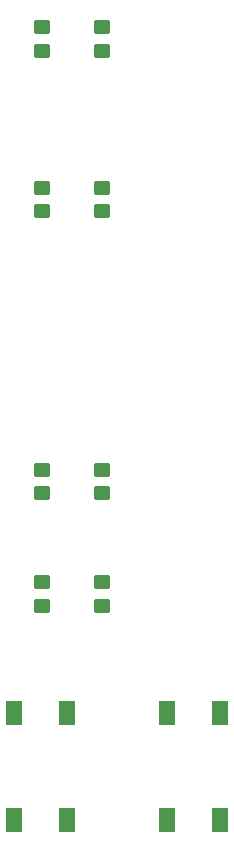
<source format=gtp>
G04 #@! TF.GenerationSoftware,KiCad,Pcbnew,(6.0.7)*
G04 #@! TF.CreationDate,2023-03-22T16:35:55-04:00*
G04 #@! TF.ProjectId,FlyBoxBoard,466c7942-6f78-4426-9f61-72642e6b6963,rev?*
G04 #@! TF.SameCoordinates,Original*
G04 #@! TF.FileFunction,Paste,Top*
G04 #@! TF.FilePolarity,Positive*
%FSLAX46Y46*%
G04 Gerber Fmt 4.6, Leading zero omitted, Abs format (unit mm)*
G04 Created by KiCad (PCBNEW (6.0.7)) date 2023-03-22 16:35:55*
%MOMM*%
%LPD*%
G01*
G04 APERTURE LIST*
G04 Aperture macros list*
%AMRoundRect*
0 Rectangle with rounded corners*
0 $1 Rounding radius*
0 $2 $3 $4 $5 $6 $7 $8 $9 X,Y pos of 4 corners*
0 Add a 4 corners polygon primitive as box body*
4,1,4,$2,$3,$4,$5,$6,$7,$8,$9,$2,$3,0*
0 Add four circle primitives for the rounded corners*
1,1,$1+$1,$2,$3*
1,1,$1+$1,$4,$5*
1,1,$1+$1,$6,$7*
1,1,$1+$1,$8,$9*
0 Add four rect primitives between the rounded corners*
20,1,$1+$1,$2,$3,$4,$5,0*
20,1,$1+$1,$4,$5,$6,$7,0*
20,1,$1+$1,$6,$7,$8,$9,0*
20,1,$1+$1,$8,$9,$2,$3,0*%
G04 Aperture macros list end*
%ADD10RoundRect,0.250000X-0.450000X0.350000X-0.450000X-0.350000X0.450000X-0.350000X0.450000X0.350000X0*%
%ADD11RoundRect,0.250000X0.450000X-0.350000X0.450000X0.350000X-0.450000X0.350000X-0.450000X-0.350000X0*%
%ADD12R,1.400000X2.100000*%
G04 APERTURE END LIST*
D10*
G04 #@! TO.C,J33*
X122682000Y-84090000D03*
X122682000Y-86090000D03*
G04 #@! TD*
G04 #@! TO.C,J29*
X122682000Y-46625000D03*
X122682000Y-48625000D03*
G04 #@! TD*
D11*
G04 #@! TO.C,J30*
X117602000Y-48625000D03*
X117602000Y-46625000D03*
G04 #@! TD*
D10*
G04 #@! TO.C,J16*
X122682000Y-93615000D03*
X122682000Y-95615000D03*
G04 #@! TD*
D11*
G04 #@! TO.C,J32*
X117602000Y-62222000D03*
X117602000Y-60222000D03*
G04 #@! TD*
D10*
G04 #@! TO.C,J31*
X122682000Y-60222000D03*
X122682000Y-62222000D03*
G04 #@! TD*
D12*
G04 #@! TO.C,S2*
X128215000Y-113770000D03*
X128215000Y-104670000D03*
X132715000Y-113770000D03*
X132715000Y-104670000D03*
G04 #@! TD*
D11*
G04 #@! TO.C,J17*
X117602000Y-95615000D03*
X117602000Y-93615000D03*
G04 #@! TD*
G04 #@! TO.C,J34*
X117602000Y-86090000D03*
X117602000Y-84090000D03*
G04 #@! TD*
D12*
G04 #@! TO.C,S1*
X115225000Y-113770000D03*
X115225000Y-104670000D03*
X119725000Y-113770000D03*
X119725000Y-104670000D03*
G04 #@! TD*
M02*

</source>
